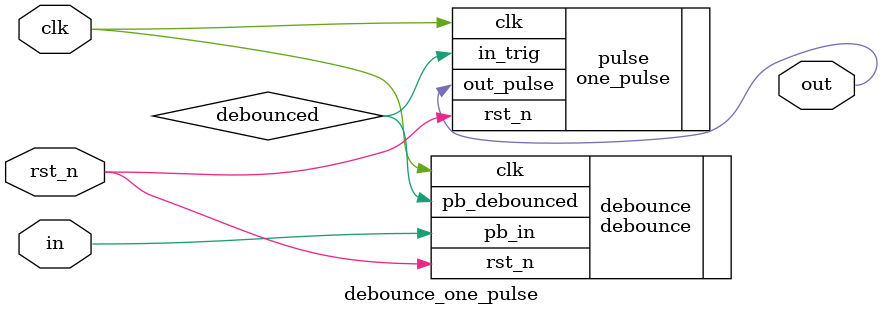
<source format=v>
`timescale 1ns / 1ps
module debounce_one_pulse(
	clk, //debounce & one pulse clock
	rst_n, //low active reset
	in, //push button input
	out //pulsed push button output
);

//I/Os
input clk, rst_n, in;
output out; //debounced push button output
wire debounced;

debounce debounce(
	.clk(clk),
	.rst_n(rst_n),
	.pb_in(in),
	.pb_debounced(debounced)
);

one_pulse pulse(
	.clk(clk),
	.rst_n(rst_n),
	.in_trig(debounced),
	.out_pulse(out)
);

endmodule

</source>
